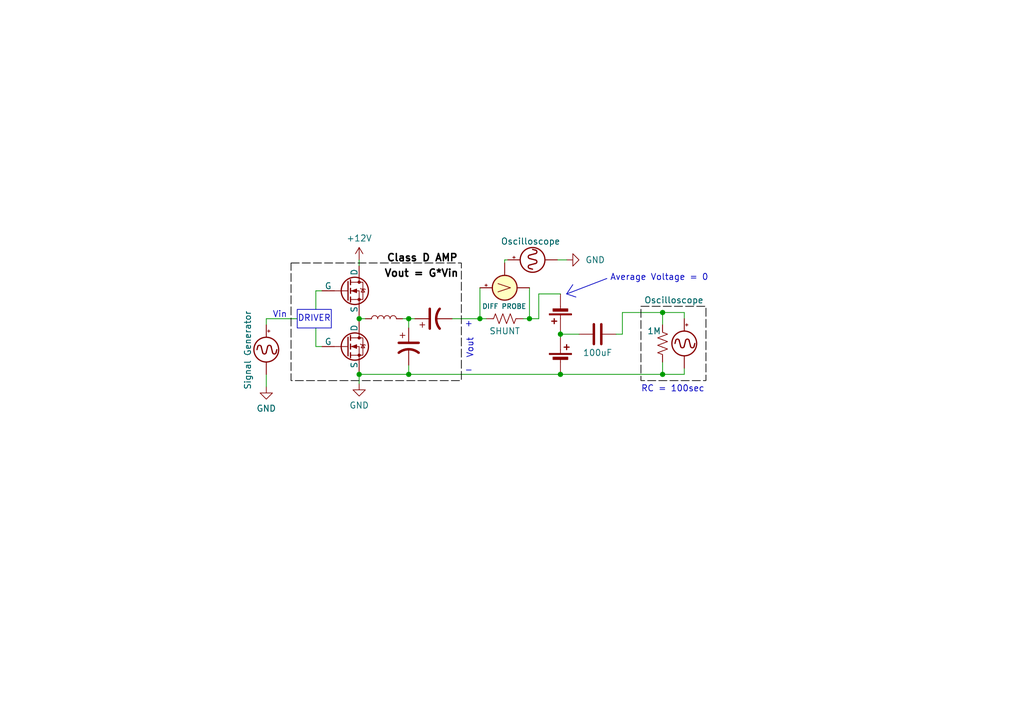
<source format=kicad_sch>
(kicad_sch (version 20231120) (generator "eeschema") (generator_version "8.0")
  (paper "A5")
  (lib_symbols
    (symbol "Device:Battery_Cell" (pin_numbers hide) (pin_names (offset 0) hide)
      (property "Reference" "BT" (at 2.54 2.54 0))
      (property "Value" "Battery_Cell" (at 2.54 0 0))
      (symbol "Battery_Cell_0_1"
        (rectangle (start -2.286 1.778) (end 2.286 1.524) (fill (type outline)))
        (rectangle (start -1.524 1.016) (end 1.524 0.508) (fill (type outline)))
        (polyline (pts (xy 0 0.762) (xy 0 0)))
        (polyline (pts (xy 0 1.778) (xy 0 2.54)))
        (polyline (pts (xy 0.762 3.048) (xy 1.778 3.048)) (stroke (width 0.254)))
        (polyline (pts (xy 1.27 3.556) (xy 1.27 2.54)) (stroke (width 0.254)))
      )
      (symbol "Battery_Cell_1_1"
        (pin passive line (at 0 5.08 270) (length 2.54) (name "+") (number "1"))
        (pin passive line (at 0 -2.54 90) (length 2.54) (name "-") (number "2"))
      )
    )
    (symbol "Device:C" (pin_numbers hide) (pin_names (offset 0.254))
      (property "Reference" "C" (at 0.635 2.54 0))
      (property "Value" "C" (at 0.635 -2.54 0))
      (symbol "C_0_1"
        (polyline (pts (xy -2.032 -0.762) (xy 2.032 -0.762)) (stroke (width 0.508)))
        (polyline (pts (xy -2.032 0.762) (xy 2.032 0.762)) (stroke (width 0.508)))
      )
      (symbol "C_1_1"
        (pin passive line (at 0 3.81 270) (length 2.794) (name "~") (number "1"))
        (pin passive line (at 0 -3.81 90) (length 2.794) (name "~") (number "2"))
      )
    )
    (symbol "Device:C_Polarized_US" (pin_numbers hide) (pin_names (offset 0.254) hide)
      (property "Reference" "C" (at 0.635 2.54 0))
      (property "Value" "C_Polarized_US" (at 0.635 -2.54 0))
      (symbol "C_Polarized_US_0_1"
        (polyline (pts (xy -2.032 0.762) (xy 2.032 0.762)) (stroke (width 0.508)))
        (polyline (pts (xy -1.778 2.286) (xy -0.762 2.286)))
        (polyline (pts (xy -1.27 1.778) (xy -1.27 2.794)))
        (arc (start 2.032 -1.27) (mid 0 -0.5572) (end -2.032 -1.27) (stroke (width 0.508)))
      )
      (symbol "C_Polarized_US_1_1"
        (pin passive line (at 0 3.81 270) (length 2.794) (name "~") (number "1"))
        (pin passive line (at 0 -3.81 90) (length 3.302) (name "~") (number "2"))
      )
    )
    (symbol "Device:L" (pin_numbers hide) (pin_names (offset 1.016) hide)
      (property "Reference" "L" (at -1.27 0 90))
      (property "Value" "L" (at 1.905 0 90))
      (symbol "L_0_1"
        (arc (start 0 -2.54) (mid 0.6323 -1.905) (end 0 -1.27))
        (arc (start 0 -1.27) (mid 0.6323 -0.635) (end 0 0))
        (arc (start 0 0) (mid 0.6323 0.635) (end 0 1.27))
        (arc (start 0 1.27) (mid 0.6323 1.905) (end 0 2.54))
      )
      (symbol "L_1_1"
        (pin passive line (at 0 3.81 270) (length 1.27) (name "1") (number "1"))
        (pin passive line (at 0 -3.81 90) (length 1.27) (name "2") (number "2"))
      )
    )
    (symbol "Device:Oscilloscope" (pin_numbers hide) (pin_names (offset 0.0254) hide)
      (property "Reference" "MES" (at -3.302 1.016 0))
      (property "Value" "Oscilloscope" (at -3.302 -0.762 0))
      (symbol "Oscilloscope_0_0"
        (arc (start -1.016 0.508) (mid -1.397 0.8874) (end -1.778 0.508) (stroke (width 0.254)))
        (arc (start -0.762 -0.508) (mid -0.381 -0.8874) (end 0 -0.508) (stroke (width 0.254)))
        (polyline (pts (xy -1.778 0.508) (xy -1.905 0)) (stroke (width 0.254)))
        (polyline (pts (xy -1.016 0.508) (xy -0.762 -0.508)) (stroke (width 0.254)))
        (polyline (pts (xy 0 -0.508) (xy 0.254 0.508)) (stroke (width 0.254)))
        (polyline (pts (xy 1.016 0.508) (xy 1.27 -0.508)) (stroke (width 0.254)))
        (polyline (pts (xy 2.032 -0.508) (xy 2.159 0)) (stroke (width 0.254)))
        (arc (start 1.016 0.508) (mid 0.635 0.8874) (end 0.254 0.508) (stroke (width 0.254)))
        (arc (start 1.27 -0.508) (mid 1.651 -0.8874) (end 2.032 -0.508) (stroke (width 0.254)))
      )
      (symbol "Oscilloscope_0_1"
        (polyline (pts (xy 0.254 3.81) (xy 0.762 3.81)))
        (polyline (pts (xy 0.508 4.064) (xy 0.508 3.556)))
        (circle (center 0 0) (radius 2.54) (stroke (width 0.254)))
      )
      (symbol "Oscilloscope_1_1"
        (pin passive line (at 0 -5.08 90) (length 2.54) (name "-") (number "1"))
        (pin passive line (at 0 5.08 270) (length 2.54) (name "+") (number "2"))
      )
    )
    (symbol "Device:R_US" (pin_numbers hide) (pin_names (offset 0))
      (property "Reference" "R" (at 2.54 0 90))
      (property "Value" "R_US" (at -2.54 0 90))
      (symbol "R_US_0_1"
        (polyline (pts (xy 0 -2.286) (xy 0 -2.54)))
        (polyline (pts (xy 0 2.286) (xy 0 2.54)))
        (polyline (pts (xy 0 -0.762) (xy 1.016 -1.143) (xy 0 -1.524) (xy -1.016 -1.905) (xy 0 -2.286)))
        (polyline (pts (xy 0 0.762) (xy 1.016 0.381) (xy 0 0) (xy -1.016 -0.381) (xy 0 -0.762)))
        (polyline (pts (xy 0 2.286) (xy 1.016 1.905) (xy 0 1.524) (xy -1.016 1.143) (xy 0 0.762)))
      )
      (symbol "R_US_1_1"
        (pin passive line (at 0 3.81 270) (length 1.27) (name "~") (number "1"))
        (pin passive line (at 0 -3.81 90) (length 1.27) (name "~") (number "2"))
      )
    )
    (symbol "Simulation_SPICE:NMOS" (pin_numbers hide) (pin_names (offset 0))
      (property "Reference" "Q" (at 5.08 1.27 0))
      (property "Value" "NMOS" (at 5.08 -1.27 0))
      (symbol "NMOS_0_1"
        (polyline (pts (xy 0.254 0) (xy -2.54 0)))
        (polyline (pts (xy 0.254 1.905) (xy 0.254 -1.905)) (stroke (width 0.254)))
        (polyline (pts (xy 0.762 -1.27) (xy 0.762 -2.286)) (stroke (width 0.254)))
        (polyline (pts (xy 0.762 0.508) (xy 0.762 -0.508)) (stroke (width 0.254)))
        (polyline (pts (xy 0.762 2.286) (xy 0.762 1.27)) (stroke (width 0.254)))
        (polyline (pts (xy 2.54 2.54) (xy 2.54 1.778)))
        (polyline (pts (xy 2.54 -2.54) (xy 2.54 0) (xy 0.762 0)))
        (polyline (pts (xy 0.762 -1.778) (xy 3.302 -1.778) (xy 3.302 1.778) (xy 0.762 1.778)))
        (polyline (pts (xy 1.016 0) (xy 2.032 0.381) (xy 2.032 -0.381) (xy 1.016 0)) (fill (type outline)))
        (polyline (pts (xy 2.794 0.508) (xy 2.921 0.381) (xy 3.683 0.381) (xy 3.81 0.254)))
        (polyline (pts (xy 3.302 0.381) (xy 2.921 -0.254) (xy 3.683 -0.254) (xy 3.302 0.381)))
        (circle (center 1.651 0) (radius 2.794) (stroke (width 0.254)))
        (circle (center 2.54 -1.778) (radius 0.254) (fill (type outline)))
        (circle (center 2.54 1.778) (radius 0.254) (fill (type outline)))
      )
      (symbol "NMOS_1_1"
        (pin passive line (at 2.54 5.08 270) (length 2.54) (name "D") (number "1"))
        (pin input line (at -5.08 0 0) (length 2.54) (name "G") (number "2"))
        (pin passive line (at 2.54 -5.08 90) (length 2.54) (name "S") (number "3"))
      )
    )
    (symbol "Simulation_SPICE:VOLTMETER_DIFF" (pin_numbers hide) (pin_names (offset 0.0254) hide) (in_bom no) (on_board no)
      (property "Reference" "MES?" (at -10.16 0 0))
      (symbol "VOLTMETER_DIFF_0_0"
        (text "V" (at 0 0 0) (effects (font (size 2.54 2.54))))
      )
      (symbol "VOLTMETER_DIFF_0_1"
        (polyline (pts (xy 0.254 3.81) (xy 0.762 3.81)))
        (polyline (pts (xy 0.508 4.064) (xy 0.508 3.556)))
        (circle (center 0 0) (radius 2.54) (stroke (width 0.254)) (fill (type background)))
      )
      (symbol "VOLTMETER_DIFF_1_1"
        (pin passive line (at 0 5.08 270) (length 2.54) (name "+") (number "1"))
        (pin passive line (at 0 -5.08 90) (length 2.54) (name "-") (number "2"))
        (pin output line (at 5.08 0 180) (length 2.54) (name "out") (number "3"))
      )
    )
    (symbol "power:+12V" (power) (pin_names (offset 0))
      (property "Value" "+12V" (at 0 3.556 0))
      (symbol "+12V_0_1"
        (polyline (pts (xy -0.762 1.27) (xy 0 2.54)))
        (polyline (pts (xy 0 0) (xy 0 2.54)))
        (polyline (pts (xy 0 2.54) (xy 0.762 1.27)))
      )
      (symbol "+12V_1_1"
        (pin power_in line (at 0 0 90) (length 0) hide (name "+12V") (number "1"))
      )
    )
    (symbol "power:GND" (power) (pin_names (offset 0))
      (property "Value" "GND" (at 0 -3.81 0))
      (symbol "GND_0_1"
        (polyline (pts (xy 0 0) (xy 0 -1.27) (xy 1.27 -1.27) (xy 0 -2.54) (xy -1.27 -1.27) (xy 0 -1.27)))
      )
      (symbol "GND_1_1"
        (pin power_in line (at 0 0 270) (length 0) hide (name "GND") (number "1"))
      )
    )
  )
  (junction (at 83.82 76.835))
  (junction (at 108.585 65.405))
  (junction (at 83.82 65.405))
  (junction (at 135.89 64.135))
  (junction (at 73.66 65.405))
  (junction (at 135.89 76.835))
  (junction (at 114.935 76.835))
  (junction (at 73.66 76.835))
  (junction (at 114.935 68.58))
  (junction (at 98.425 65.405))
  (wire (pts (xy 135.89 64.135) (xy 140.335 64.135)))
  (wire (pts (xy 54.61 65.405) (xy 60.96 65.405)))
  (wire (pts (xy 135.89 66.675) (xy 135.89 64.135)))
  (wire (pts (xy 83.82 74.93) (xy 83.82 76.835)))
  (polyline (pts (xy 116.205 60.325) (xy 117.475 58.42)))
  (wire (pts (xy 108.585 65.405) (xy 110.49 65.405)))
  (wire (pts (xy 82.55 65.405) (xy 83.82 65.405)))
  (wire (pts (xy 107.315 65.405) (xy 108.585 65.405)))
  (wire (pts (xy 114.935 76.835) (xy 135.89 76.835)))
  (wire (pts (xy 98.425 65.405) (xy 99.695 65.405)))
  (wire (pts (xy 83.82 76.835) (xy 73.66 76.835)))
  (wire (pts (xy 83.82 65.405) (xy 83.82 67.31)))
  (wire (pts (xy 64.77 59.69) (xy 64.77 63.5)))
  (wire (pts (xy 140.335 76.835) (xy 140.335 75.565)))
  (wire (pts (xy 73.66 76.835) (xy 73.66 78.74)))
  (wire (pts (xy 127.635 64.135) (xy 135.89 64.135)))
  (wire (pts (xy 64.77 71.12) (xy 66.04 71.12)))
  (wire (pts (xy 92.71 65.405) (xy 98.425 65.405)))
  (wire (pts (xy 54.61 65.405) (xy 54.61 66.675)))
  (wire (pts (xy 64.77 67.31) (xy 64.77 71.12)))
  (wire (pts (xy 73.66 65.405) (xy 74.93 65.405)))
  (wire (pts (xy 135.89 74.295) (xy 135.89 76.835)))
  (wire (pts (xy 54.61 76.835) (xy 54.61 79.375)))
  (wire (pts (xy 103.505 53.975) (xy 103.505 53.34)))
  (wire (pts (xy 114.935 60.325) (xy 110.49 60.325)))
  (wire (pts (xy 114.3 53.34) (xy 116.205 53.34)))
  (wire (pts (xy 110.49 60.325) (xy 110.49 65.405)))
  (wire (pts (xy 64.77 59.69) (xy 66.04 59.69)))
  (wire (pts (xy 73.66 64.77) (xy 73.66 65.405)))
  (wire (pts (xy 114.935 67.945) (xy 114.935 68.58)))
  (wire (pts (xy 73.66 65.405) (xy 73.66 66.04)))
  (wire (pts (xy 83.82 65.405) (xy 85.09 65.405)))
  (wire (pts (xy 135.89 76.835) (xy 140.335 76.835)))
  (wire (pts (xy 127.635 68.58) (xy 127.635 64.135)))
  (polyline (pts (xy 124.46 57.15) (xy 116.205 60.325)))
  (wire (pts (xy 108.585 59.055) (xy 108.585 65.405)))
  (wire (pts (xy 114.935 68.58) (xy 118.745 68.58)))
  (wire (pts (xy 83.82 76.835) (xy 114.935 76.835)))
  (wire (pts (xy 103.505 53.34) (xy 104.14 53.34)))
  (wire (pts (xy 126.365 68.58) (xy 127.635 68.58)))
  (wire (pts (xy 73.66 76.835) (xy 73.66 76.2)))
  (wire (pts (xy 114.935 68.58) (xy 114.935 69.215)))
  (wire (pts (xy 98.425 59.055) (xy 98.425 65.405)))
  (wire (pts (xy 140.335 65.405) (xy 140.335 64.135)))
  (polyline (pts (xy 116.205 60.325) (xy 118.11 60.96)))
  (wire (pts (xy 73.66 53.34) (xy 73.66 54.61)))
  (rectangle (start 131.445 62.865) (end 144.78 78.105) (stroke (width 0) (type dash) (color 0 0 0 1)))
  (rectangle (start 59.69 53.975) (end 94.615 78.105) (stroke (width 0) (type dash) (color 0 0 0 1)))
  (text_box "DRIVER" (at 60.96 63.5 0) (size 6.985 3.81) (effects (font (size 1.27 1.27)) (justify top)))
  (text "Vout = G*Vin" (at 78.74 57.15 0) (effects (font (size 1.5 1.5) (thickness 0.3) (bold yes)) (justify left bottom)))
  (text "+" (at 95.25 67.31 0) (effects (font (size 1.27 1.27)) (justify left bottom)))
  (text "RC = 100sec" (at 131.445 80.645 0) (effects (font (size 1.27 1.27)) (justify left bottom)))
  (text "Class D AMP" (at 93.98 53.975 0) (effects (font (size 1.5 1.5) (thickness 0.3) (bold yes)) (justify right bottom)))
  (text "Vout" (at 97.155 73.66 90) (effects (font (size 1.27 1.27)) (justify left bottom)))
  (text "Vin" (at 55.88 65.405 0) (effects (font (size 1.27 1.27)) (justify left bottom)))
  (text "Average Voltage = 0" (at 125.095 57.785 0) (effects (font (size 1.27 1.27)) (justify left bottom)))
  (text "-\n" (at 95.25 76.835 0) (effects (font (size 1.27 1.27)) (justify left bottom)))
  (symbol (lib_id "power:GND") (at 73.66 78.74 0) (unit 1)
    (property "Reference" "#PWR02" (effects (hide yes)))
    (property "Value" "GND" (at 73.66 83.185 0))
  )
  (symbol (lib_id "Simulation_SPICE:NMOS") (at 71.12 71.12 0) (unit 1)
    (property "Reference" "Q2" (effects (hide yes)))
    (property "Value" "NMOS" (effects (hide yes)))
    (property "Datasheet" "https://ngspice.sourceforge.io/docs/ngspice-manual.pdf" (effects (hide yes)))
    (property "Sim.Device" "NMOS" (effects (hide yes)))
    (property "Sim.Type" "VDMOS" (effects (hide yes)))
    (property "Sim.Pins" "1=D 2=G 3=S" (effects (hide yes)))
  )
  (symbol (lib_id "Device:L") (at 78.74 65.405 90) (unit 1)
    (property "Reference" "L1" (effects (hide yes)))
    (property "Value" "L" (effects (hide yes)))
  )
  (symbol (lib_id "Device:R_US") (at 135.89 70.485 0) (unit 1)
    (property "Reference" "R2" (effects (hide yes)))
    (property "Value" "1M" (at 132.715 67.945 0) (effects (justify left)))
  )
  (symbol (lib_id "power:GND") (at 54.61 79.375 0) (unit 1)
    (property "Reference" "#PWR04" (effects (hide yes)))
    (property "Value" "GND" (at 54.61 83.82 0))
  )
  (symbol (lib_id "power:GND") (at 116.205 53.34 90) (unit 1)
    (property "Reference" "#PWR03" (effects (hide yes)))
    (property "Value" "GND" (at 120.015 53.34 90) (effects (justify right)))
  )
  (symbol (lib_id "Device:C_Polarized_US") (at 83.82 71.12 0) (unit 1)
    (property "Reference" "C1" (effects (hide yes)))
    (property "Value" "C_Polarized_US" (effects (hide yes)))
  )
  (symbol (lib_id "Device:Battery_Cell") (at 114.935 74.295 0) (unit 1)
    (property "Reference" "BT1" (effects (hide yes)))
    (property "Value" "Cell" (effects (hide yes)))
  )
  (symbol (lib_id "Simulation_SPICE:NMOS") (at 71.12 59.69 0) (unit 1)
    (property "Reference" "Q1" (effects (hide yes)))
    (property "Value" "NMOS" (effects (hide yes)))
    (property "Datasheet" "https://ngspice.sourceforge.io/docs/ngspice-manual.pdf" (effects (hide yes)))
    (property "Sim.Device" "NMOS" (effects (hide yes)))
    (property "Sim.Type" "VDMOS" (effects (hide yes)))
    (property "Sim.Pins" "1=D 2=G 3=S" (effects (hide yes)))
  )
  (symbol (lib_id "Device:Oscilloscope") (at 109.22 53.34 90) (unit 1)
    (property "Reference" "MES3" (effects (hide yes)))
    (property "Value" "Oscilloscope" (at 114.935 49.53 90) (effects (justify left)))
  )
  (symbol (lib_id "Device:C_Polarized_US") (at 88.9 65.405 90) (unit 1)
    (property "Reference" "C2" (effects (hide yes)))
    (property "Value" "C_Polarized_US" (effects (hide yes)))
  )
  (symbol (lib_id "power:+12V") (at 73.66 53.34 0) (unit 1)
    (property "Reference" "#PWR01" (effects (hide yes)))
    (property "Value" "+12V" (at 73.66 48.895 0))
  )
  (symbol (lib_id "Device:Battery_Cell") (at 114.935 62.865 180) (unit 1)
    (property "Reference" "BT2" (effects (hide yes)))
    (property "Value" "Cell" (effects (hide yes)))
  )
  (symbol (lib_id "Device:C") (at 122.555 68.58 90) (unit 1)
    (property "Reference" "C3" (effects (hide yes)))
    (property "Value" "100uF" (at 122.555 72.39 90))
  )
  (symbol (lib_id "Simulation_SPICE:VOLTMETER_DIFF") (at 103.505 59.055 90) (unit 1) (in_bom no) (on_board no)
    (property "Reference" "MES2" (effects (hide yes)))
    (property "Value" "DIFF PROBE" (at 107.95 62.865 90) (effects (font (size 1 1)) (justify left)))
    (property "Datasheet" "https://ngspice.sourceforge.io/docs/ngspice-manual.pdf" (effects (hide yes)))
    (property "Sim.Name" "kicad_builtin_vdiff" (effects (hide yes)))
    (property "Sim.Device" "SUBCKT" (effects (hide yes)))
    (property "Sim.Pins" "1=1 2=2 3=3" (effects (hide yes)))
    (property "Sim.Library" "${KICAD7_SYMBOL_DIR}/Simulation_SPICE.sp" (effects (hide yes)))
  )
  (symbol (lib_id "Device:R_US") (at 103.505 65.405 90) (unit 1)
    (property "Reference" "R1" (effects (hide yes)))
    (property "Value" "SHUNT" (at 103.505 67.945 90))
  )
  (symbol (lib_id "Device:Oscilloscope") (at 140.335 70.485 0) (unit 1)
    (property "Reference" "MES1" (effects (hide yes)))
    (property "Value" "Oscilloscope" (at 132.08 61.595 0) (effects (justify left)))
  )
  (symbol (lib_id "Device:Oscilloscope") (at 54.61 71.755 0) (unit 1)
    (property "Reference" "MES4" (effects (hide yes)))
    (property "Value" "Signal Generator" (at 50.8 80.01 90) (effects (justify left)))
  )
)
</source>
